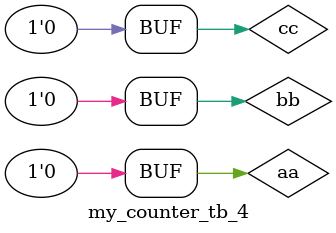
<source format=v>
module my_counter_tb_4 ();
    reg aa=0,bb=0,cc=0;
    wire ww00,ww01,ww10,ww11,ww20,ww21;
    my_counter test0(aa,bb,cc,ww00,ww01);
    gate_level_my_counter test1(aa,bb,cc,ww10,ww11);
    assign_my_counter test2(aa,bb,cc,ww20,ww21);
    initial begin
        #100
        aa=0;
        bb=0;
        cc=0;
        #100
        aa=0;
        bb=0;
        cc=1;
        #100
        aa=0;
        bb=1;
        cc=0;
        #100
        aa=0;
        bb=1;
        cc=1;
        #100
        aa=1;
        bb=0;
        cc=0;
        #100
        aa=1;
        bb=0;
        cc=1;
        #100
        aa=1;
        bb=1;
        cc=0;
        #100
        aa=1;
        bb=1;
        cc=1;
        #100
        aa=0;
        bb=0;
        cc=0;
    end
endmodule
</source>
